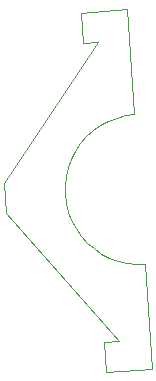
<source format=gbr>
*
G04 Gerber written by LinkCAD 5.6.12 Build 4507*
G04 Layer: MICRON-PBM2_LED_Plate.gbr*
%FSLAX34Y34*%
%MOIN*%
%ADD10C,0.0010*%
G54D10*
X3789Y6590D02*
G01X7558Y2342D01*
X6362Y12283D02*
X6861Y12318D01*
X6292Y13281D02*
X6362Y12283D01*
X7824Y13388D02*
X6292Y13281D01*
X8068Y9896D02*
X7824Y13388D01*
X7769Y9857D02*
X8068Y9896D01*
X7477Y9782D02*
X7769Y9857D01*
X7195Y9672D02*
X7477Y9782D01*
X6929Y9530D02*
X7195Y9672D01*
X6682Y9356D02*
X6929Y9530D01*
X6458Y9153D02*
X6682Y9356D01*
X6260Y8926D02*
X6458Y9153D01*
X6091Y8675D02*
X6260Y8926D01*
X5953Y8407D02*
X6091Y8675D01*
X6861Y12318D02*
X3719Y7587D01*
X5849Y8124D02*
X5953Y8407D01*
X5780Y7830D02*
X5849Y8124D01*
X5746Y7530D02*
X5780Y7830D01*
X3719Y7587D02*
X3789Y6590D01*
X5749Y7228D02*
X5746Y7530D01*
X5788Y6929D02*
X5749Y7228D01*
X5863Y6636D02*
X5788Y6929D01*
X5973Y6355D02*
X5863Y6636D01*
X6116Y6089D02*
X5973Y6355D01*
X6289Y5842D02*
X6116Y6089D01*
X6492Y5618D02*
X6289Y5842D01*
X6719Y5420D02*
X6492Y5618D01*
X6970Y5251D02*
X6719Y5420D01*
X7238Y5113D02*
X6970Y5251D01*
X7521Y5009D02*
X7238Y5113D01*
X7815Y4939D02*
X7521Y5009D01*
X8115Y4906D02*
X7815Y4939D01*
X7129Y1310D02*
X8661Y1417D01*
X7059Y2307D02*
X7129Y1310D01*
X7558Y2342D02*
X7059Y2307D01*
X8661Y1417D02*
X8417Y4908D01*
X8115Y4906D01*
M02*

</source>
